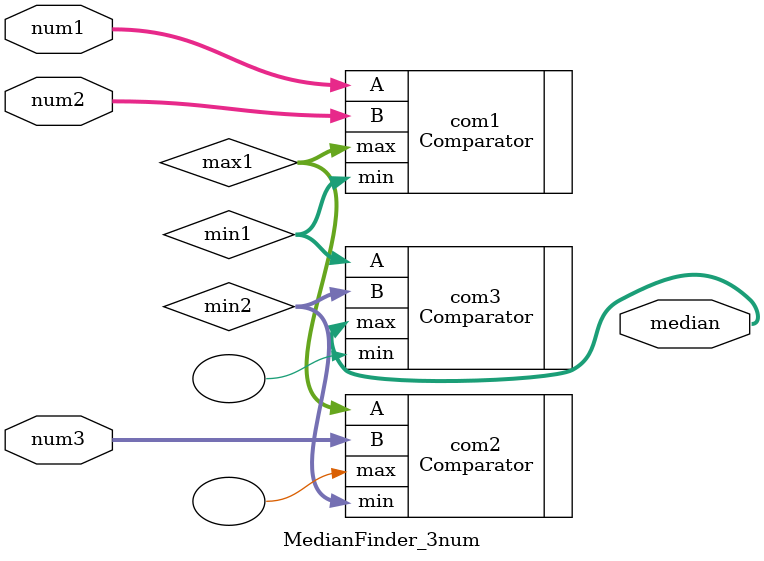
<source format=v>
module MedianFinder_3num(num1, num2, num3, median);
    input  [3:0] num1, num2, num3;
    output [3:0] median;
    wire   [3:0] min1, max1, min2;

    Comparator com1(.A(num1), .B(num2), .min(min1), .max(max1));
    Comparator com2(.A(max1), .B(num3), .min(min2), .max());
    Comparator com3(.A(min1), .B(min2), .min(), .max(median));
endmodule
</source>
